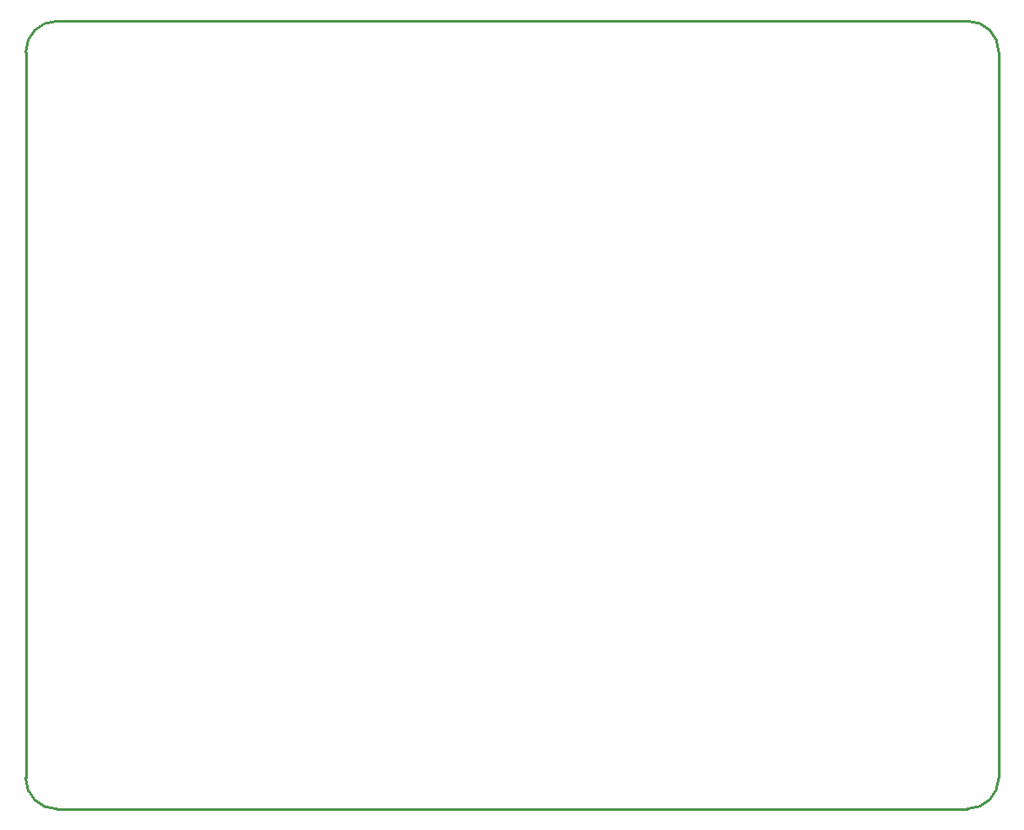
<source format=gko>
G04*
G04 #@! TF.GenerationSoftware,Altium Limited,Altium Designer,22.7.1 (60)*
G04*
G04 Layer_Color=16711935*
%FSLAX43Y43*%
%MOMM*%
G71*
G04*
G04 #@! TF.SameCoordinates,B0B9643B-9B23-428C-A4AC-A12B4A47BFEC*
G04*
G04*
G04 #@! TF.FilePolarity,Positive*
G04*
G01*
G75*
%ADD12C,0.254*%
D12*
X29519Y126727D02*
G03*
X26500Y123727I-9J-3009D01*
G01*
X118179Y50000D02*
G03*
X121189Y52991I9J3000D01*
G01*
X121189Y123737D02*
G03*
X118217Y126727I-2981J9D01*
G01*
X26500Y52991D02*
G03*
X29491Y49981I3000J-9D01*
G01*
X29519Y126727D02*
X118217D01*
X121189Y52991D02*
Y123746D01*
X29500Y50000D02*
X118179D01*
X26500Y52981D02*
Y123727D01*
M02*

</source>
